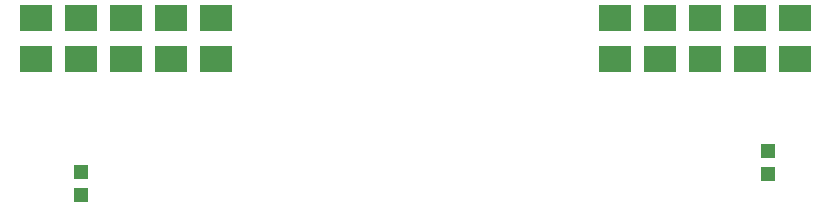
<source format=gbp>
G04 ---------------------------- Layer name :BOTTOM PASTER LAYER*
G04 EasyEDA v5.6.10, Sat, 14 Jul 2018 09:59:27 GMT*
G04 2f10b13e7a714cddaf66bfbe285f99f1*
G04 Gerber Generator version 0.2*
G04 Scale: 100 percent, Rotated: No, Reflected: No *
G04 Dimensions in millimeters *
G04 leading zeros omitted , absolute positions ,3 integer and 3 decimal *
%FSLAX33Y33*%
%MOMM*%
G90*
G71D02*

%ADD24R,1.206500X1.206500*%
%ADD36R,2.700020X2.299995*%

%LPD*%
G54D36*
G01X6351Y28702D03*
G01X6351Y25247D03*
G01X10161Y28702D03*
G01X10161Y25247D03*
G01X13971Y28702D03*
G01X13971Y25247D03*
G01X17781Y28702D03*
G01X17781Y25247D03*
G01X21591Y28702D03*
G01X21591Y25247D03*
G01X55373Y28702D03*
G01X55373Y25247D03*
G01X59183Y28702D03*
G01X59183Y25247D03*
G01X62993Y28702D03*
G01X62993Y25247D03*
G01X66803Y28702D03*
G01X66803Y25247D03*
G01X70613Y28702D03*
G01X70613Y25247D03*
G54D24*
G01X68324Y15495D03*
G01X68324Y17476D03*
G01X10158Y13717D03*
G01X10158Y15698D03*
M00*
M02*

</source>
